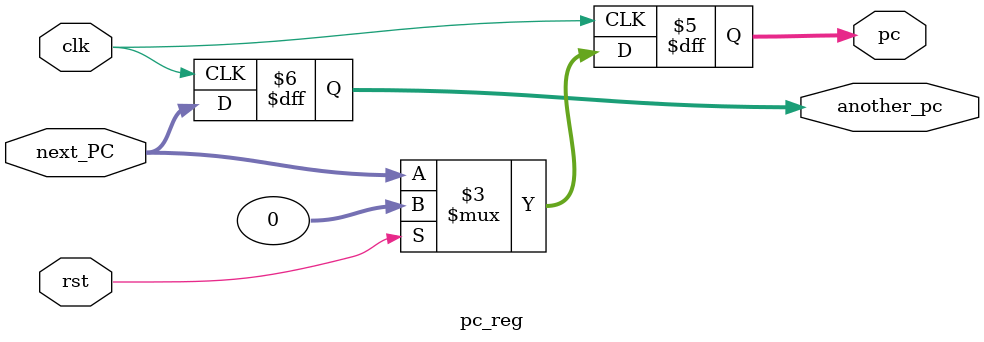
<source format=sv>
module pc_reg #(
    parameter WIDTH = 32
)(
    input logic clk, 
    input logic rst, 
    input logic [WIDTH-1:0] next_PC,
    output logic [WIDTH-1:0] pc,

    output logic [WIDTH-1:0] another_pc
);

always_ff @ (posedge clk)
begin
    if (rst)
        pc <= {WIDTH{1'b0}};
    else
        pc <= next_PC;

    another_pc <= next_PC;
end

endmodule

</source>
